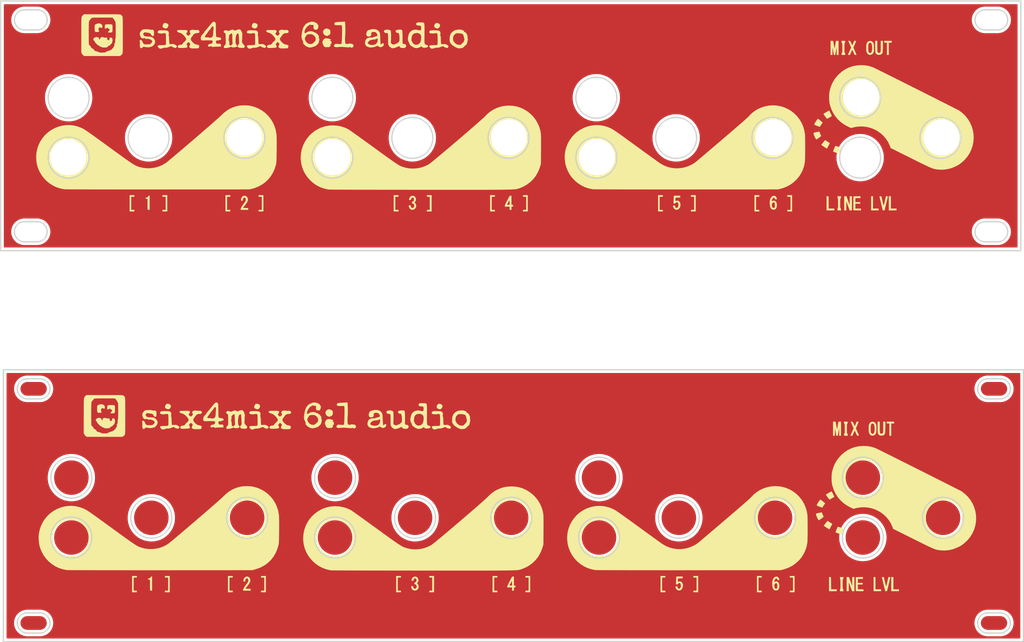
<source format=kicad_pcb>
(kicad_pcb (version 20211014) (generator pcbnew)
  (layers (0 "F.Cu" signal) (31 "B.Cu" signal) (34 "B.Paste" user) (35 "F.Paste" user) (36 "B.SilkS" user "B.Silkscreen") (37 "F.SilkS" user "F.Silkscreen") (38 "B.Mask" user) (39 "F.Mask" user) (44 "Edge.Cuts" user))
  (net 0 "")
  (footprint "Library:silk" (layer "F.Cu") (at 140.26 41.7)
    (fp_text reference "REF**" hide)
    (fp_text value "silk" hide)
  )
  (footprint "Library:silk" (layer "F.Cu") (at 140.65 102.17)
    (fp_text reference "REF**" hide)
    (fp_text value "silk" hide)
  )
  (gr_curve (pts (xy 65.99 59.0139) (xy 66.8736 59.0139) (xy 67.59 59.7302) (xy 67.59 60.6139)) (layer "Edge.Cuts") (width 0.2))
  (gr_curve (pts (xy 66.4385 124.34) (xy 66.4385 124.34) (xy 64.4385 124.34) (xy 64.4385 124.34)) (layer "Edge.Cuts") (width 0.2))
  (gr_curve (pts (xy 71.431 102.9088) (xy 69.636 102.9088) (xy 68.181 101.4537) (xy 68.181 99.6588)) (layer "Edge.Cuts") (width 0.2))
  (gr_curve (pts (xy 141.2774 109.2852) (xy 139.4824 109.2852) (xy 138.0274 107.8301) (xy 138.0274 106.0352)) (layer "Edge.Cuts") (width 0.2))
  (gr_curve (pts (xy 64.4385 124.34) (xy 63.5549 124.34) (xy 62.8385 123.6237) (xy 62.8385 122.74)) (layer "Edge.Cuts") (width 0.2))
  (gr_curve (pts (xy 110.053 109.1692) (xy 110.053 107.3743) (xy 111.508 105.9192) (xy 113.303 105.9192)) (layer "Edge.Cuts") (width 0.2))
  (gr_curve (pts (xy 116.553 99.6592) (xy 116.553 101.4541) (xy 115.098 102.9092) (xy 113.303 102.9092)) (layer "Edge.Cuts") (width 0.2))
  (gr_curve (pts (xy 218.95 124.34) (xy 218.95 124.34) (xy 216.95 124.34) (xy 216.95 124.34)) (layer "Edge.Cuts") (width 0.2))
  (gr_curve (pts (xy 67.59 26.967) (xy 67.59 27.8507) (xy 66.8736 28.567) (xy 65.99 28.567)) (layer "Edge.Cuts") (width 0.2))
  (gr_curve (pts (xy 182.7515 42.456) (xy 184.5463 42.456) (xy 186.0012 43.9111) (xy 186.0012 45.706)) (layer "Edge.Cuts") (width 0.2))
  (gr_line (start 222.632 125.7112) (end 222.632 82.5312) (layer "Edge.Cuts") (width 0.2))
  (gr_curve (pts (xy 66.4385 121.14) (xy 67.3221 121.14) (xy 68.0385 121.8563) (xy 68.0385 122.74)) (layer "Edge.Cuts") (width 0.2))
  (gr_curve (pts (xy 155.2247 96.4092) (xy 157.0197 96.4092) (xy 158.4747 97.8643) (xy 158.4747 99.6592)) (layer "Edge.Cuts") (width 0.2))
  (gr_curve (pts (xy 154.7917 42.58) (xy 152.9963 42.58) (xy 151.5409 41.1249) (xy 151.5409 39.33)) (layer "Edge.Cuts") (width 0.2))
  (gr_curve (pts (xy 98.9137 42.456) (xy 100.7085 42.456) (xy 102.1633 43.9111) (xy 102.1633 45.706)) (layer "Edge.Cuts") (width 0.2))
  (gr_curve (pts (xy 216.5269 62.2139) (xy 215.6433 62.2139) (xy 214.9269 61.4976) (xy 214.9269 60.6139)) (layer "Edge.Cuts") (width 0.2))
  (gr_curve (pts (xy 155.2247 102.9092) (xy 153.4297 102.9092) (xy 151.9747 101.4541) (xy 151.9747 99.6592)) (layer "Edge.Cuts") (width 0.2))
  (gr_curve (pts (xy 99.3466 102.7852) (xy 101.1416 102.7852) (xy 102.5966 104.2403) (xy 102.5966 106.0352)) (layer "Edge.Cuts") (width 0.2))
  (gr_curve (pts (xy 164.6504 106.0352) (xy 164.6504 104.2403) (xy 166.1054 102.7852) (xy 167.9004 102.7852)) (layer "Edge.Cuts") (width 0.2))
  (gr_curve (pts (xy 218.5269 25.367) (xy 219.4105 25.367) (xy 220.1269 26.0833) (xy 220.1269 26.967)) (layer "Edge.Cuts") (width 0.2))
  (gr_curve (pts (xy 66.4385 87.1569) (xy 66.4385 87.1569) (xy 64.4385 87.1569) (xy 64.4385 87.1569)) (layer "Edge.Cuts") (width 0.2))
  (gr_curve (pts (xy 84.13 102.7852) (xy 85.925 102.7852) (xy 87.38 104.2403) (xy 87.38 106.0352)) (layer "Edge.Cuts") (width 0.2))
  (gr_curve (pts (xy 67.59 60.6139) (xy 67.59 61.4976) (xy 66.8736 62.2139) (xy 65.99 62.2139)) (layer "Edge.Cuts") (width 0.2))
  (gr_curve (pts (xy 138.0274 106.0352) (xy 138.0274 104.2403) (xy 139.4824 102.7852) (xy 141.2774 102.7852)) (layer "Edge.Cuts") (width 0.2))
  (gr_curve (pts (xy 206.1719 45.706) (xy 206.1719 43.9111) (xy 207.6268 42.456) (xy 209.4216 42.456)) (layer "Edge.Cuts") (width 0.2))
  (gr_curve (pts (xy 144.0941 45.706) (xy 144.0941 47.5009) (xy 142.6392 48.956) (xy 140.8444 48.956)) (layer "Edge.Cuts") (width 0.2))
  (gr_curve (pts (xy 113.303 105.9192) (xy 115.098 105.9192) (xy 116.553 107.3743) (xy 116.553 109.1692)) (layer "Edge.Cuts") (width 0.2))
  (gr_curve (pts (xy 63.99 62.2139) (xy 63.1064 62.2139) (xy 62.39 61.4976) (xy 62.39 60.6139)) (layer "Edge.Cuts") (width 0.2))
  (gr_curve (pts (xy 65.99 25.367) (xy 66.8736 25.367) (xy 67.59 26.0833) (xy 67.59 26.967)) (layer "Edge.Cuts") (width 0.2))
  (gr_curve (pts (xy 109.6203 39.33) (xy 109.6203 37.5351) (xy 111.0752 36.08) (xy 112.87 36.08)) (layer "Edge.Cuts") (width 0.2))
  (gr_curve (pts (xy 151.9747 99.6592) (xy 151.9747 97.8643) (xy 153.4297 96.4092) (xy 155.2247 96.4092)) (layer "Edge.Cuts") (width 0.2))
  (gr_curve (pts (xy 67.748 39.3296) (xy 67.748 37.5347) (xy 69.203 36.0796) (xy 70.998 36.0796)) (layer "Edge.Cuts") (width 0.2))
  (gr_curve (pts (xy 70.998 42.5796) (xy 69.203 42.5796) (xy 67.748 41.1245) (xy 67.748 39.3296)) (layer "Edge.Cuts") (width 0.2))
  (gr_curve (pts (xy 144.5274 106.0352) (xy 144.5274 107.8301) (xy 143.0724 109.2852) (xy 141.2774 109.2852)) (layer "Edge.Cuts") (width 0.2))
  (gr_curve (pts (xy 122.7609 106.0352) (xy 122.7609 104.2403) (xy 124.2159 102.7852) (xy 126.0109 102.7852)) (layer "Edge.Cuts") (width 0.2))
  (gr_curve (pts (xy 71.431 96.4088) (xy 73.226 96.4088) (xy 74.681 97.8639) (xy 74.681 99.6588)) (layer "Edge.Cuts") (width 0.2))
  (gr_curve (pts (xy 220.1269 26.967) (xy 220.1269 27.8507) (xy 219.4105 28.567) (xy 218.5269 28.567)) (layer "Edge.Cuts") (width 0.2))
  (gr_curve (pts (xy 80.88 106.0352) (xy 80.88 104.2403) (xy 82.335 102.7852) (xy 84.13 102.7852)) (layer "Edge.Cuts") (width 0.2))
  (gr_curve (pts (xy 197.123 102.9092) (xy 195.328 102.9092) (xy 193.873 101.4541) (xy 193.873 99.6592)) (layer "Edge.Cuts") (width 0.2))
  (gr_curve (pts (xy 200.373 99.6592) (xy 200.373 101.4541) (xy 198.918 102.9092) (xy 197.123 102.9092)) (layer "Edge.Cuts") (width 0.2))
  (gr_curve (pts (xy 98.9137 48.956) (xy 97.1189 48.956) (xy 95.664 47.5009) (xy 95.664 45.706)) (layer "Edge.Cuts") (width 0.2))
  (gr_curve (pts (xy 214.9269 26.967) (xy 214.9269 26.0833) (xy 215.6433 25.367) (xy 216.5269 25.367)) (layer "Edge.Cuts") (width 0.2))
  (gr_line (start 60.632 82.5312) (end 60.632 125.7112) (layer "Edge.Cuts") (width 0.2))
  (gr_curve (pts (xy 128.8276 45.706) (xy 128.8276 47.5009) (xy 127.3727 48.956) (xy 125.5779 48.956)) (layer "Edge.Cuts") (width 0.2))
  (gr_curve (pts (xy 154.792 45.59) (xy 156.5868 45.59) (xy 158.0416 47.0451) (xy 158.0416 48.84)) (layer "Edge.Cuts") (width 0.2))
  (gr_curve (pts (xy 62.39 60.6139) (xy 62.39 59.7302) (xy 63.1064 59.0139) (xy 63.99 59.0139)) (layer "Edge.Cuts") (width 0.2))
  (gr_curve (pts (xy 155.225 105.9192) (xy 157.02 105.9192) (xy 158.475 107.3743) (xy 158.475 109.1692)) (layer "Edge.Cuts") (width 0.2))
  (gr_curve (pts (xy 196.69 42.58) (xy 194.8952 42.58) (xy 193.4403 41.1249) (xy 193.4403 39.33)) (layer "Edge.Cuts") (width 0.2))
  (gr_curve (pts (xy 68.1813 109.1692) (xy 68.1813 107.3743) (xy 69.6363 105.9192) (xy 71.4313 105.9192)) (layer "Edge.Cuts") (width 0.2))
  (gr_curve (pts (xy 209.8546 109.2852) (xy 208.0596 109.2852) (xy 206.6046 107.8301) (xy 206.6046 106.0352)) (layer "Edge.Cuts") (width 0.2))
  (gr_curve (pts (xy 215.35 122.74) (xy 215.35 121.8563) (xy 216.0664 121.14) (xy 216.95 121.14)) (layer "Edge.Cuts") (width 0.2))
  (gr_curve (pts (xy 65.99 62.2139) (xy 65.99 62.2139) (xy 63.99 62.2139) (xy 63.99 62.2139)) (layer "Edge.Cuts") (width 0.2))
  (gr_curve (pts (xy 113.303 102.9092) (xy 111.508 102.9092) (xy 110.053 101.4541) (xy 110.053 99.6592)) (layer "Edge.Cuts") (width 0.2))
  (gr_curve (pts (xy 110.053 99.6592) (xy 110.053 97.8643) (xy 111.508 96.4092) (xy 113.303 96.4092)) (layer "Edge.Cuts") (width 0.2))
  (gr_curve (pts (xy 70.998 36.0796) (xy 72.793 36.0796) (xy 74.248 37.5347) (xy 74.248 39.3296)) (layer "Edge.Cuts") (width 0.2))
  (gr_curve (pts (xy 209.4216 42.456) (xy 211.2164 42.456) (xy 212.6713 43.9111) (xy 212.6713 45.706)) (layer "Edge.Cuts") (width 0.2))
  (gr_curve (pts (xy 68.181 99.6588) (xy 68.181 97.8639) (xy 69.636 96.4088) (xy 71.431 96.4088)) (layer "Edge.Cuts") (width 0.2))
  (gr_curve (pts (xy 74.6813 109.1692) (xy 74.6813 110.9641) (xy 73.2263 112.4192) (xy 71.4313 112.4192)) (layer "Edge.Cuts") (width 0.2))
  (gr_curve (pts (xy 158.0426 39.33) (xy 158.0426 41.1249) (xy 156.5872 42.58) (xy 154.7917 42.58)) (layer "Edge.Cuts") (width 0.2))
  (gr_curve (pts (xy 158.475 109.1692) (xy 158.475 110.9641) (xy 157.02 112.4192) (xy 155.225 112.4192)) (layer "Edge.Cuts") (width 0.2))
  (gr_curve (pts (xy 87.38 106.0352) (xy 87.38 107.8301) (xy 85.925 109.2852) (xy 84.13 109.2852)) (layer "Edge.Cuts") (width 0.2))
  (gr_curve (pts (xy 116.1196 39.33) (xy 116.1196 41.1249) (xy 114.6647 42.58) (xy 112.87 42.58)) (layer "Edge.Cuts") (width 0.2))
  (gr_curve (pts (xy 193.4403 39.33) (xy 193.4403 37.5351) (xy 194.8952 36.08) (xy 196.69 36.08)) (layer "Edge.Cuts") (width 0.2))
  (gr_curve (pts (xy 182.7515 48.956) (xy 180.9567 48.956) (xy 179.5019 47.5009) (xy 179.5019 45.706)) (layer "Edge.Cuts") (width 0.2))
  (gr_curve (pts (xy 218.95 121.14) (xy 219.8336 121.14) (xy 220.55 121.8563) (xy 220.55 122.74)) (layer "Edge.Cuts") (width 0.2))
  (gr_curve (pts (xy 197.1231 105.9192) (xy 198.9181 105.9192) (xy 200.3731 107.3743) (xy 200.3731 109.1692)) (layer "Edge.Cuts") (width 0.2))
  (gr_curve (pts (xy 113.303 112.4192) (xy 111.508 112.4192) (xy 110.053 110.9641) (xy 110.053 109.1692)) (layer "Edge.Cuts") (width 0.2))
  (gr_curve (pts (xy 216.5269 25.367) (xy 216.5269 25.367) (xy 218.5269 25.367) (xy 218.5269 25.367)) (layer "Edge.Cuts") (width 0.2))
  (gr_curve (pts (xy 167.9004 109.2852) (xy 166.1054 109.2852) (xy 164.6504 107.8301) (xy 164.6504 106.0352)) (layer "Edge.Cuts") (width 0.2))
  (gr_curve (pts (xy 183.1846 109.2852) (xy 181.3896 109.2852) (xy 179.9346 107.8301) (xy 179.9346 106.0352)) (layer "Edge.Cuts") (width 0.2))
  (gr_curve (pts (xy 137.5948 45.706) (xy 137.5948 43.9111) (xy 139.0497 42.456) (xy 140.8444 42.456)) (layer "Edge.Cuts") (width 0.2))
  (gr_curve (pts (xy 154.792 52.09) (xy 152.9972 52.09) (xy 151.5423 50.6349) (xy 151.5423 48.84)) (layer "Edge.Cuts") (width 0.2))
  (gr_curve (pts (xy 218.5269 28.567) (xy 218.5269 28.567) (xy 216.5269 28.567) (xy 216.5269 28.567)) (layer "Edge.Cuts") (width 0.2))
  (gr_curve (pts (xy 96.0966 106.0352) (xy 96.0966 104.2403) (xy 97.5516 102.7852) (xy 99.3466 102.7852)) (layer "Edge.Cuts") (width 0.2))
  (gr_curve (pts (xy 74.248 39.3296) (xy 74.248 41.1245) (xy 72.793 42.5796) (xy 70.998 42.5796)) (layer "Edge.Cuts") (width 0.2))
  (gr_curve (pts (xy 84.13 109.2852) (xy 82.335 109.2852) (xy 80.88 107.8301) (xy 80.88 106.0352)) (layer "Edge.Cuts") (width 0.2))
  (gr_curve (pts (xy 62.8385 85.5569) (xy 62.8385 84.6732) (xy 63.5549 83.9569) (xy 64.4385 83.9569)) (layer "Edge.Cuts") (width 0.2))
  (gr_curve (pts (xy 216.5269 28.567) (xy 215.6433 28.567) (xy 214.9269 27.8507) (xy 214.9269 26.967)) (layer "Edge.Cuts") (width 0.2))
  (gr_curve (pts (xy 66.4385 83.9569) (xy 67.3221 83.9569) (xy 68.0385 84.6732) (xy 68.0385 85.5569)) (layer "Edge.Cuts") (width 0.2))
  (gr_curve (pts (xy 112.87 42.58) (xy 111.0752 42.58) (xy 109.6203 41.1249) (xy 109.6203 39.33)) (layer "Edge.Cuts") (width 0.2))
  (gr_curve (pts (xy 209.8546 102.7852) (xy 211.6496 102.7852) (xy 213.1046 104.2403) (xy 213.1046 106.0352)) (layer "Edge.Cuts") (width 0.2))
  (gr_curve (pts (xy 74.681 99.6588) (xy 74.681 101.4537) (xy 73.226 102.9088) (xy 71.431 102.9088)) (layer "Edge.Cuts") (width 0.2))
  (gr_curve (pts (xy 112.87 52.09) (xy 111.0752 52.09) (xy 109.6203 50.6349) (xy 109.6203 48.84)) (layer "Edge.Cuts") (width 0.2))
  (gr_curve (pts (xy 64.4385 121.14) (xy 64.4385 121.14) (xy 66.4385 121.14) (xy 66.4385 121.14)) (layer "Edge.Cuts") (width 0.2))
  (gr_curve (pts (xy 167.4673 42.456) (xy 169.2621 42.456) (xy 170.717 43.9111) (xy 170.717 45.706)) (layer "Edge.Cuts") (width 0.2))
  (gr_curve (pts (xy 196.69 36.08) (xy 198.4848 36.08) (xy 199.9397 37.5351) (xy 199.9397 39.33)) (layer "Edge.Cuts") (width 0.2))
  (gr_curve (pts (xy 83.6969 42.456) (xy 85.4917 42.456) (xy 86.9466 43.9111) (xy 86.9466 45.706)) (layer "Edge.Cuts") (width 0.2))
  (gr_curve (pts (xy 95.664 45.706) (xy 95.664 43.9111) (xy 97.1189 42.456) (xy 98.9137 42.456)) (layer "Edge.Cuts") (width 0.2))
  (gr_line (start 222.199 63.617) (end 222.199 23.967) (layer "Edge.Cuts") (width 0.2))
  (gr_curve (pts (xy 129.2609 106.0352) (xy 129.2609 107.8301) (xy 127.8059 109.2852) (xy 126.0109 109.2852)) (layer "Edge.Cuts") (width 0.2))
  (gr_curve (pts (xy 155.225 112.4192) (xy 153.43 112.4192) (xy 151.975 110.9641) (xy 151.975 109.1692)) (layer "Edge.Cuts") (width 0.2))
  (gr_curve (pts (xy 199.9398 48.84) (xy 199.9398 50.6349) (xy 198.4849 52.09) (xy 196.6901 52.09)) (layer "Edge.Cuts") (width 0.2))
  (gr_curve (pts (xy 216.5269 59.0139) (xy 216.5269 59.0139) (xy 218.5269 59.0139) (xy 218.5269 59.0139)) (layer "Edge.Cuts") (width 0.2))
  (gr_curve (pts (xy 68.0385 122.74) (xy 68.0385 123.6237) (xy 67.3221 124.34) (xy 66.4385 124.34)) (layer "Edge.Cuts") (width 0.2))
  (gr_curve (pts (xy 158.0416 48.84) (xy 158.0416 50.6349) (xy 156.5868 52.09) (xy 154.792 52.09)) (layer "Edge.Cuts") (width 0.2))
  (gr_curve (pts (xy 151.975 109.1692) (xy 151.975 107.3743) (xy 153.43 105.9192) (xy 155.225 105.9192)) (layer "Edge.Cuts") (width 0.2))
  (gr_curve (pts (xy 67.7483 48.84) (xy 67.7483 47.0451) (xy 69.2033 45.59) (xy 70.9983 45.59)) (layer "Edge.Cuts") (width 0.2))
  (gr_curve (pts (xy 220.1269 60.6139) (xy 220.1269 61.4976) (xy 219.4105 62.2139) (xy 218.5269 62.2139)) (layer "Edge.Cuts") (width 0.2))
  (gr_curve (pts (xy 126.0109 102.7852) (xy 127.8059 102.7852) (xy 129.2609 104.2403) (xy 129.2609 106.0352)) (layer "Edge.Cuts") (width 0.2))
  (gr_curve (pts (xy 70.9983 45.59) (xy 72.7933 45.59) (xy 74.2483 47.0451) (xy 74.2483 48.84)) (layer "Edge.Cuts") (width 0.2))
  (gr_curve (pts (xy 63.99 28.567) (xy 63.1064 28.567) (xy 62.39 27.8507) (xy 62.39 26.967)) (layer "Edge.Cuts") (width 0.2))
  (gr_curve (pts (xy 83.6969 48.956) (xy 81.9021 48.956) (xy 80.4473 47.5009) (xy 80.4473 45.706)) (layer "Edge.Cuts") (width 0.2))
  (gr_line (start 60.199 63.617) (end 60.199 63.617) (layer "Edge.Cuts") (width 0.2))
  (gr_curve (pts (xy 193.8731 109.1692) (xy 193.8731 107.3743) (xy 195.3281 105.9192) (xy 197.1231 105.9192)) (layer "Edge.Cuts") (width 0.2))
  (gr_line (start 60.632 125.7112) (end 222.632 125.7112) (layer "Edge.Cuts") (width 0.2))
  (gr_curve (pts (xy 86.9466 45.706) (xy 86.9466 47.5009) (xy 85.4917 48.956) (xy 83.6969 48.956)) (layer "Edge.Cuts") (width 0.2))
  (gr_curve (pts (xy 125.5779 42.456) (xy 127.3727 42.456) (xy 128.8276 43.9111) (xy 128.8276 45.706)) (layer "Edge.Cuts") (width 0.2))
  (gr_curve (pts (xy 164.2177 45.706) (xy 164.2177 43.9111) (xy 165.6725 42.456) (xy 167.4673 42.456)) (layer "Edge.Cuts") (width 0.2))
  (gr_curve (pts (xy 140.8444 42.456) (xy 142.6392 42.456) (xy 144.0941 43.9111) (xy 144.0941 45.706)) (layer "Edge.Cuts") (width 0.2))
  (gr_curve (pts (xy 71.4313 105.9192) (xy 73.2263 105.9192) (xy 74.6813 107.3743) (xy 74.6813 109.1692)) (layer "Edge.Cuts") (width 0.2))
  (gr_curve (pts (xy 216.95 121.14) (xy 216.95 121.14) (xy 218.95 121.14) (xy 218.95 121.14)) (layer "Edge.Cuts") (width 0.2))
  (gr_curve (pts (xy 196.6901 52.09) (xy 194.8953 52.09) (xy 193.4404 50.6349) (xy 193.4404 48.84)) (layer "Edge.Cuts") (width 0.2))
  (gr_line (start 60.199 23.967) (end 60.199 63.617) (layer "Edge.Cuts") (width 0.2))
  (gr_curve (pts (xy 167.4673 48.956) (xy 165.6725 48.956) (xy 164.2177 47.5009) (xy 164.2177 45.706)) (layer "Edge.Cuts") (width 0.2))
  (gr_curve (pts (xy 65.99 28.567) (xy 65.99 28.567) (xy 63.99 28.567) (xy 63.99 28.567)) (layer "Edge.Cuts") (width 0.2))
  (gr_curve (pts (xy 99.3466 109.2852) (xy 97.5516 109.2852) (xy 96.0966 107.8301) (xy 96.0966 106.0352)) (layer "Edge.Cuts") (width 0.2))
  (gr_curve (pts (xy 200.3731 109.1692) (xy 200.3731 110.9641) (xy 198.9181 112.4192) (xy 197.1231 112.4192)) (layer "Edge.Cuts") (width 0.2))
  (gr_curve (pts (xy 151.5423 48.84) (xy 151.5423 47.0451) (xy 152.9972 45.59) (xy 154.792 45.59)) (layer "Edge.Cuts") (width 0.2))
  (gr_curve (pts (xy 80.4473 45.706) (xy 80.4473 43.9111) (xy 81.9021 42.456) (xy 83.6969 42.456)) (layer "Edge.Cuts") (width 0.2))
  (gr_curve (pts (xy 125.5779 48.956) (xy 123.7831 48.956) (xy 122.3283 47.5009) (xy 122.3283 45.706)) (layer "Edge.Cuts") (width 0.2))
  (gr_curve (pts (xy 122.3283 45.706) (xy 122.3283 43.9111) (xy 123.7831 42.456) (xy 125.5779 42.456)) (layer "Edge.Cuts") (width 0.2))
  (gr_curve (pts (xy 102.1633 45.706) (xy 102.1633 47.5009) (xy 100.7085 48.956) (xy 98.9137 48.956)) (layer "Edge.Cuts") (width 0.2))
  (gr_curve (pts (xy 62.39 26.967) (xy 62.39 26.0833) (xy 63.1064 25.367) (xy 63.99 25.367)) (layer "Edge.Cuts") (width 0.2))
  (gr_curve (pts (xy 62.8385 122.74) (xy 62.8385 121.8563) (xy 63.5549 121.14) (xy 64.4385 121.14)) (layer "Edge.Cuts") (width 0.2))
  (gr_curve (pts (xy 186.0012 45.706) (xy 186.0012 47.5009) (xy 184.5463 48.956) (xy 182.7515 48.956)) (layer "Edge.Cuts") (width 0.2))
  (gr_curve (pts (xy 186.4346 106.0352) (xy 186.4346 107.8301) (xy 184.9796 109.2852) (xy 183.1846 109.2852)) (layer "Edge.Cuts") (width 0.2))
  (gr_line (start 222.632 82.5312) (end 60.632 82.5312) (layer "Edge.Cuts") (width 0.2))
  (gr_curve (pts (xy 197.123 96.4092) (xy 198.918 96.4092) (xy 200.373 97.8643) (xy 200.373 99.6592)) (layer "Edge.Cuts") (width 0.2))
  (gr_curve (pts (xy 141.2774 102.7852) (xy 143.0724 102.7852) (xy 144.5274 104.2403) (xy 144.5274 106.0352)) (layer "Edge.Cuts") (width 0.2))
  (gr_curve (pts (xy 151.5409 39.33) (xy 151.5409 37.5351) (xy 152.9963 36.08) (xy 154.7917 36.08)) (layer "Edge.Cuts") (width 0.2))
  (gr_curve (pts (xy 197.1231 112.4192) (xy 195.3281 112.4192) (xy 193.8731 110.9641) (xy 193.8731 109.1692)) (layer "Edge.Cuts") (width 0.2))
  (gr_curve (pts (xy 209.4216 48.956) (xy 207.6268 48.956) (xy 206.1719 47.5009) (xy 206.1719 45.706)) (layer "Edge.Cuts") (width 0.2))
  (gr_curve (pts (xy 220.55 122.74) (xy 220.55 123.6237) (xy 219.8336 124.34) (xy 218.95 124.34)) (layer "Edge.Cuts") (width 0.2))
  (gr_curve (pts (xy 71.4313 112.4192) (xy 69.6363 112.4192) (xy 68.1813 110.9641) (xy 68.1813 109.1692)) (layer "Edge.Cuts") (width 0.2))
  (gr_curve (pts (xy 126.0109 109.2852) (xy 124.2159 109.2852) (xy 122.7609 107.8301) (xy 122.7609 106.0352)) (layer "Edge.Cuts") (width 0.2))
  (gr_curve (pts (xy 212.6713 45.706) (xy 212.6713 47.5009) (xy 211.2164 48.956) (xy 209.4216 48.956)) (layer "Edge.Cuts") (width 0.2))
  (gr_curve (pts (xy 64.4385 87.1569) (xy 63.5549 87.1569) (xy 62.8385 86.4406) (xy 62.8385 85.5569)) (layer "Edge.Cuts") (width 0.2))
  (gr_curve (pts (xy 218.95 87.1569) (xy 218.95 87.1569) (xy 216.95 87.1569) (xy 216.95 87.1569)) (layer "Edge.Cuts") (width 0.2))
  (gr_curve (pts (xy 218.95 83.9569) (xy 219.8336 83.9569) (xy 220.55 84.6732) (xy 220.55 85.5569)) (layer "Edge.Cuts") (width 0.2))
  (gr_curve (pts (xy 140.8444 48.956) (xy 139.0497 48.956) (xy 137.5948 47.5009) (xy 137.5948 45.706)) (layer "Edge.Cuts") (width 0.2))
  (gr_curve (pts (xy 63.99 25.367) (xy 63.99 25.367) (xy 65.99 25.367) (xy 65.99 25.367)) (layer "Edge.Cuts") (width 0.2))
  (gr_curve (pts (xy 112.87 45.59) (xy 114.6647 45.59) (xy 116.1196 47.0451) (xy 116.1196 48.84)) (layer "Edge.Cuts") (width 0.2))
  (gr_curve (pts (xy 220.55 85.5569) (xy 220.55 86.4406) (xy 219.8336 87.1569) (xy 218.95 87.1569)) (layer "Edge.Cuts") (width 0.2))
  (gr_curve (pts (xy 193.4404 48.84) (xy 193.4404 47.0451) (xy 194.8953 45.59) (xy 196.6901 45.59)) (layer "Edge.Cuts") (width 0.2))
  (gr_curve (pts (xy 216.95 87.1569) (xy 216.0664 87.1569) (xy 215.35 86.4406) (xy 215.35 85.5569)) (layer "Edge.Cuts") (width 0.2))
  (gr_curve (pts (xy 116.1196 48.84) (xy 116.1196 50.6349) (xy 114.6647 52.09) (xy 112.87 52.09)) (layer "Edge.Cuts") (width 0.2))
  (gr_curve (pts (xy 193.873 99.6592) (xy 193.873 97.8643) (xy 195.328 96.4092) (xy 197.123 96.4092)) (layer "Edge.Cuts") (width 0.2))
  (gr_curve (pts (xy 74.2483 48.84) (xy 74.2483 50.6349) (xy 72.7933 52.09) (xy 70.9983 52.09)) (layer "Edge.Cuts") (width 0.2))
  (gr_curve (pts (xy 179.5019 45.706) (xy 179.5019 43.9111) (xy 180.9567 42.456) (xy 182.7515 42.456)) (layer "Edge.Cuts") (width 0.2))
  (gr_curve (pts (xy 70.9983 52.09) (xy 69.2033 52.09) (xy 67.7483 50.6349) (xy 67.7483 48.84)) (layer "Edge.Cuts") (width 0.2))
  (gr_line (start 60.199 63.617) (end 222.199 63.617) (layer "Edge.Cuts") (width 0.2))
  (gr_curve (pts (xy 218.5269 59.0139) (xy 219.4105 59.0139) (xy 220.1269 59.7302) (xy 220.1269 60.6139)) (layer "Edge.Cuts") (width 0.2))
  (gr_curve (pts (xy 170.717 45.706) (xy 170.717 47.5009) (xy 169.2621 48.956) (xy 167.4673 48.956)) (layer "Edge.Cuts") (width 0.2))
  (gr_curve (pts (xy 179.9346 106.0352) (xy 179.9346 104.2403) (xy 181.3896 102.7852) (xy 183.1846 102.7852)) (layer "Edge.Cuts") (width 0.2))
  (gr_curve (pts (xy 213.1046 106.0352) (xy 213.1046 107.8301) (xy 211.6496 109.2852) (xy 209.8546 109.2852)) (layer "Edge.Cuts") (width 0.2))
  (gr_curve (pts (xy 167.9004 102.7852) (xy 169.6954 102.7852) (xy 171.1504 104.2403) (xy 171.1504 106.0352)) (layer "Edge.Cuts") (width 0.2))
  (gr_curve (pts (xy 158.4747 99.6592) (xy 158.4747 101.4541) (xy 157.0197 102.9092) (xy 155.2247 102.9092)) (layer "Edge.Cuts") (width 0.2))
  (gr_curve (pts (xy 113.303 96.4092) (xy 115.098 96.4092) (xy 116.553 97.8643) (xy 116.553 99.6592)) (layer "Edge.Cuts") (width 0.2))
  (gr_curve (pts (xy 102.5966 106.0352) (xy 102.5966 107.8301) (xy 101.1416 109.2852) (xy 99.3466 109.2852)) (layer "Edge.Cuts") (width 0.2))
  (gr_line (start 222.199 23.967) (end 60.199 23.967) (layer "Edge.Cuts") (width 0.2))
  (gr_curve (pts (xy 216.95 83.9569) (xy 216.95 83.9569) (xy 218.95 83.9569) (xy 218.95 83.9569)) (layer "Edge.Cuts") (width 0.2))
  (gr_curve (pts (xy 214.9269 60.6139) (xy 214.9269 59.7302) (xy 215.6433 59.0139) (xy 216.5269 59.0139)) (layer "Edge.Cuts") (width 0.2))
  (gr_curve (pts (xy 116.553 109.1692) (xy 116.553 110.9641) (xy 115.098 112.4192) (xy 113.303 112.4192)) (layer "Edge.Cuts") (width 0.2))
  (gr_curve (pts (xy 154.7917 36.08) (xy 156.5872 36.08) (xy 158.0426 37.5351) (xy 158.0426 39.33)) (layer "Edge.Cuts") (width 0.2))
  (gr_curve (pts (xy 206.6046 106.0352) (xy 206.6046 104.2403) (xy 208.0596 102.7852) (xy 209.8546 102.7852)) (layer "Edge.Cuts") (width 0.2))
  (gr_curve (pts (xy 64.4385 83.9569) (xy 64.4385 83.9569) (xy 66.4385 83.9569) (xy 66.4385 83.9569)) (layer "Edge.Cuts") (width 0.2))
  (gr_curve (pts (xy 183.1846 102.7852) (xy 184.9796 102.7852) (xy 186.4346 104.2403) (xy 186.4346 106.0352)) (layer "Edge.Cuts") (width 0.2))
  (gr_curve (pts (xy 196.6901 45.59) (xy 198.4849 45.59) (xy 199.9398 47.0451) (xy 199.9398 48.84)) (layer "Edge.Cuts") (width 0.2))
  (gr_line (start 60.632 125.7112) (end 60.632 125.7112) (layer "Edge.Cuts") (width 0.2))
  (gr_curve (pts (xy 215.35 85.5569) (xy 215.35 84.6732) (xy 216.0664 83.9569) (xy 216.95 83.9569)) (layer "Edge.Cuts") (width 0.2))
  (gr_curve (pts (xy 199.9397 39.33) (xy 199.9397 41.1249) (xy 198.4848 42.58) (xy 196.69 42.58)) (layer "Edge.Cuts") (width 0.2))
  (gr_curve (pts (xy 171.1504 106.0352) (xy 171.1504 107.8301) (xy 169.6954 109.2852) (xy 167.9004 109.2852)) (layer "Edge.Cuts") (width 0.2))
  (gr_curve (pts (xy 68.0385 85.5569) (xy 68.0385 86.4406) (xy 67.3221 87.1569) (xy 66.4385 87.1569)) (layer "Edge.Cuts") (width 0.2))
  (gr_curve (pts (xy 109.6203 48.84) (xy 109.6203 47.0451) (xy 111.0752 45.59) (xy 112.87 45.59)) (layer "Edge.Cuts") (width 0.2))
  (gr_curve (pts (xy 218.5269 62.2139) (xy 218.5269 62.2139) (xy 216.5269 62.2139) (xy 216.5269 62.2139)) (layer "Edge.Cuts") (width 0.2))
  (gr_curve (pts (xy 63.99 59.0139) (xy 63.99 59.0139) (xy 65.99 59.0139) (xy 65.99 59.0139)) (layer "Edge.Cuts") (width 0.2))
  (gr_curve (pts (xy 112.87 36.08) (xy 114.6647 36.08) (xy 116.1196 37.5351) (xy 116.1196 39.33)) (layer "Edge.Cuts") (width 0.2))
  (gr_curve (pts (xy 216.95 124.34) (xy 216.0664 124.34) (xy 215.35 123.6237) (xy 215.35 122.74)) (layer "Edge.Cuts") (width 0.2))
  (zone (net 0) (net_name "") (layer "F.Cu") (connect_pads (clearance 0.508)) (min_thickness 0.254) (fill yes (thermal_gap 0.508) (thermal_bridge_width 0.508))
    (polygon (pts (xy 222.26 23.93) (xy 222.25 63.62) (xy 60.33 63.64) (xy 60.4 23.81)))
  )
  (zone (net 0) (net_name "") (layer "F.Cu") (connect_pads (clearance 0.508)) (min_thickness 0.254) (fill yes (thermal_gap 0.508) (thermal_bridge_width 0.508))
    (polygon (pts (xy 222.69 125.73) (xy 60.71 125.72) (xy 60.7 82.55) (xy 222.68 82.52)))
  )
)
</source>
